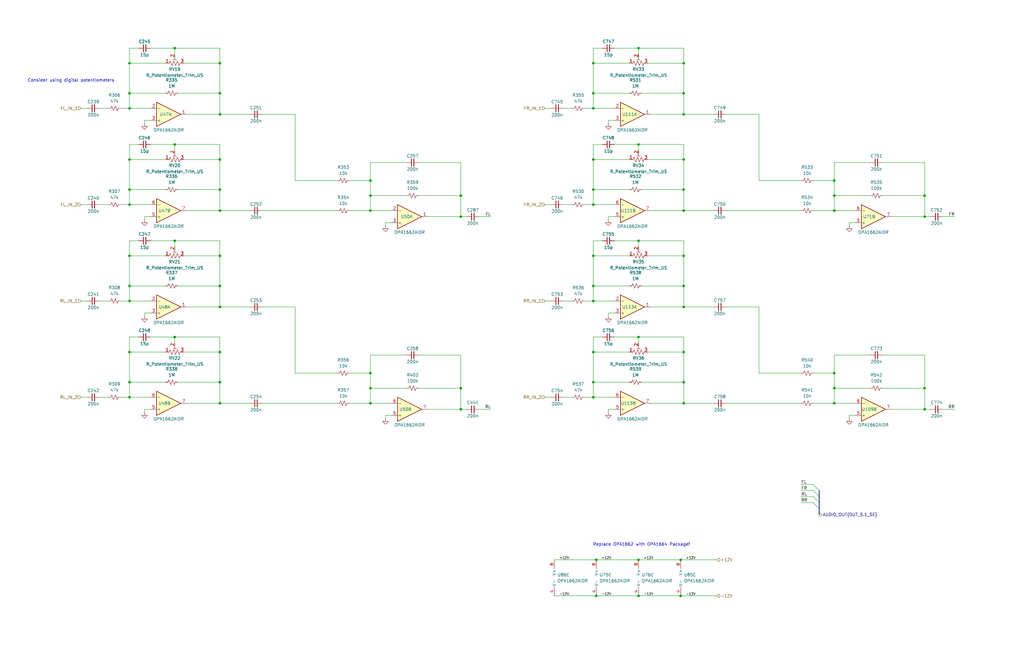
<source format=kicad_sch>
(kicad_sch (version 20250114) (generator "eeschema") (generator_version "9.0")
  (paper "B")
  (lib_symbols
    (symbol "Amplifier_Operational:OPA1656ID" (pin_names (offset 0.127))
      (property "Reference" "U" (at 0 5.08 0))
      (property "Value" "OPA1656ID" (at 0 -5.08 0))
      (symbol "OPA1656ID_1_1"
        (polyline (pts (xy -5.08 5.08) (xy 5.08 0) (xy -5.08 -5.08) (xy -5.08 5.08)) (stroke (width 0.254)) (fill (type background)))
        (pin input line (at -7.62 2.54 0) (length 2.54) (name "+") (number "3"))
        (pin input line (at -7.62 -2.54 0) (length 2.54) (name "-") (number "2"))
        (pin output line (at 7.62 0 180) (length 2.54) (name "~") (number "1"))
      )
      (symbol "OPA1656ID_2_1"
        (polyline (pts (xy -5.08 5.08) (xy 5.08 0) (xy -5.08 -5.08) (xy -5.08 5.08)) (stroke (width 0.254)) (fill (type background)))
        (pin input line (at -7.62 2.54 0) (length 2.54) (name "+") (number "5"))
        (pin input line (at -7.62 -2.54 0) (length 2.54) (name "-") (number "6"))
        (pin output line (at 7.62 0 180) (length 2.54) (name "~") (number "7"))
      )
      (symbol "OPA1656ID_3_1"
        (pin power_in line (at -2.54 7.62 270) (length 3.81) (name "V+") (number "8"))
        (pin power_in line (at -2.54 -7.62 90) (length 3.81) (name "V-") (number "4"))
      )
    )
    (symbol "Device:C_Small" (pin_numbers (hide yes)) (pin_names (offset 0.254) (hide yes))
      (property "Reference" "C" (at 0.254 1.778 0))
      (property "Value" "C_Small" (at 0.254 -2.032 0))
      (symbol "C_Small_0_1"
        (polyline (pts (xy -1.524 0.508) (xy 1.524 0.508)) (stroke (width 0.3048)))
        (polyline (pts (xy -1.524 -0.508) (xy 1.524 -0.508)) (stroke (width 0.3302)))
      )
      (symbol "C_Small_1_1"
        (pin passive line (at 0 2.54 270) (length 2.032) (name "~") (number "1"))
        (pin passive line (at 0 -2.54 90) (length 2.032) (name "~") (number "2"))
      )
    )
    (symbol "Device:R_Potentiometer_Trim_US" (pin_names (offset 1.016) (hide yes))
      (property "Reference" "RV" (at -4.445 0 90))
      (property "Value" "R_Potentiometer_Trim_US" (at -2.54 0 90))
      (symbol "R_Potentiometer_Trim_US_0_1"
        (polyline (pts (xy 0 2.286) (xy 0 2.54)))
        (polyline (pts (xy 0 2.286) (xy 1.016 1.905) (xy 0 1.524) (xy -1.016 1.143) (xy 0 0.762)))
        (polyline (pts (xy 0 0.762) (xy 1.016 0.381) (xy 0 0) (xy -1.016 -0.381) (xy 0 -0.762)))
        (polyline (pts (xy 0 -0.762) (xy 1.016 -1.143) (xy 0 -1.524) (xy -1.016 -1.905) (xy 0 -2.286)))
        (polyline (pts (xy 0 -2.286) (xy 0 -2.54)))
        (polyline (pts (xy 1.524 0.762) (xy 1.524 -0.762)))
        (polyline (pts (xy 2.54 0) (xy 1.524 0)))
      )
      (symbol "R_Potentiometer_Trim_US_1_1"
        (pin passive line (at 0 3.81 270) (length 1.27) (name "1") (number "1"))
        (pin passive line (at 0 -3.81 90) (length 1.27) (name "3") (number "3"))
        (pin passive line (at 3.81 0 180) (length 1.27) (name "2") (number "2"))
      )
    )
    (symbol "Device:R_Small_US" (pin_numbers (hide yes)) (pin_names (offset 0.254) (hide yes))
      (property "Reference" "R" (at 0.762 0.508 0))
      (property "Value" "R_Small_US" (at 0.762 -1.016 0))
      (symbol "R_Small_US_1_1"
        (polyline (pts (xy 0 1.524) (xy 1.016 1.143) (xy 0 0.762) (xy -1.016 0.381) (xy 0 0)))
        (polyline (pts (xy 0 0) (xy 1.016 -0.381) (xy 0 -0.762) (xy -1.016 -1.143) (xy 0 -1.524)))
        (pin passive line (at 0 2.54 270) (length 1.016) (name "~") (number "1"))
        (pin passive line (at 0 -2.54 90) (length 1.016) (name "~") (number "2"))
      )
    )
    (symbol "power:GND" (power) (pin_numbers (hide yes)) (pin_names (offset 0) (hide yes))
      (property "Value" "GND" (at 0 -3.81 0))
      (symbol "GND_0_1"
        (polyline (pts (xy 0 0) (xy 0 -1.27) (xy 1.27 -1.27) (xy 0 -2.54) (xy -1.27 -1.27) (xy 0 -1.27)))
      )
      (symbol "GND_1_1"
        (pin power_in line (at 0 0 270) (length 0) (name "~") (number "1"))
      )
    )
  )
  (bus_alias "OUT_5.1_DIFF" (members "FL+" "FL-" "FR+" "FR-" "RL+" "RL-" "RR+" "RR-" "SUB+" "SUB-"))
  (bus_alias "OUT_5.1_SE" (members "FL" "FR" "RL" "RR" "SUB"))
  (text "Replace OPA1662 with OPA1664 Package!" (at 270.51 229.87 0) (effects (font (size 1.27 1.27))))
  (text "Consider using digital potentiometers" (at 29.972 34.036 0) (effects (font (size 1.27 1.27))))
  (junction (at 194.31 82.55))
  (junction (at 269.24 20.32))
  (junction (at 54.61 120.65))
  (junction (at 288.29 88.9))
  (junction (at 92.71 88.9))
  (junction (at 250.19 80.01))
  (junction (at 288.29 67.31))
  (junction (at 194.31 172.72))
  (junction (at 54.61 148.59))
  (junction (at 92.71 26.67))
  (junction (at 92.71 80.01))
  (junction (at 250.19 86.36))
  (junction (at 54.61 80.01))
  (junction (at 54.61 45.72))
  (junction (at 92.71 107.95))
  (junction (at 250.19 67.31))
  (junction (at 250.19 26.67))
  (junction (at 54.61 161.29))
  (junction (at 250.19 107.95))
  (junction (at 351.79 163.83))
  (junction (at 288.29 48.26))
  (junction (at 288.29 129.54))
  (junction (at 389.89 82.55))
  (junction (at 389.89 91.44))
  (junction (at 250.19 39.37))
  (junction (at 351.79 88.9))
  (junction (at 54.61 127))
  (junction (at 269.24 251.46))
  (junction (at 288.29 107.95))
  (junction (at 54.61 167.64))
  (junction (at 250.19 148.59))
  (junction (at 92.71 120.65))
  (junction (at 156.21 88.9))
  (junction (at 156.21 170.18))
  (junction (at 54.61 39.37))
  (junction (at 389.89 163.83))
  (junction (at 92.71 48.26))
  (junction (at 288.29 120.65))
  (junction (at 288.29 148.59))
  (junction (at 250.19 161.29))
  (junction (at 194.31 91.44))
  (junction (at 156.21 163.83))
  (junction (at 351.79 76.2))
  (junction (at 73.66 142.24))
  (junction (at 250.19 127))
  (junction (at 250.19 167.64))
  (junction (at 73.66 20.32))
  (junction (at 73.66 60.96))
  (junction (at 351.79 157.48))
  (junction (at 92.71 67.31))
  (junction (at 288.29 26.67))
  (junction (at 194.31 163.83))
  (junction (at 156.21 82.55))
  (junction (at 288.29 170.18))
  (junction (at 351.79 82.55))
  (junction (at 389.89 172.72))
  (junction (at 54.61 86.36))
  (junction (at 269.24 60.96))
  (junction (at 251.46 236.22))
  (junction (at 92.71 170.18))
  (junction (at 73.66 101.6))
  (junction (at 54.61 26.67))
  (junction (at 269.24 101.6))
  (junction (at 92.71 39.37))
  (junction (at 54.61 107.95))
  (junction (at 92.71 148.59))
  (junction (at 269.24 142.24))
  (junction (at 156.21 76.2))
  (junction (at 288.29 39.37))
  (junction (at 287.02 236.22))
  (junction (at 250.19 45.72))
  (junction (at 156.21 157.48))
  (junction (at 250.19 120.65))
  (junction (at 54.61 67.31))
  (junction (at 269.24 236.22))
  (junction (at 288.29 161.29))
  (junction (at 287.02 251.46))
  (junction (at 92.71 129.54))
  (junction (at 351.79 170.18))
  (junction (at 251.46 251.46))
  (junction (at 288.29 80.01))
  (junction (at 92.71 161.29))
  (bus_entry (at 342.9 207.01) (size 2.54 2.54))
  (bus_entry (at 342.9 209.55) (size 2.54 2.54))
  (bus_entry (at 342.9 204.47) (size 2.54 2.54))
  (bus_entry (at 342.9 212.09) (size 2.54 2.54))
  (wire (pts (xy 351.79 157.48) (xy 351.79 163.83)))
  (wire (pts (xy 250.19 142.24) (xy 250.19 148.59)))
  (wire (pts (xy 273.05 67.31) (xy 288.29 67.31)))
  (wire (pts (xy 69.85 67.31) (xy 54.61 67.31)))
  (wire (pts (xy 372.11 163.83) (xy 389.89 163.83)))
  (wire (pts (xy 92.71 107.95) (xy 92.71 120.65)))
  (wire (pts (xy 288.29 161.29) (xy 288.29 170.18)))
  (wire (pts (xy 389.89 91.44) (xy 392.43 91.44)))
  (wire (pts (xy 256.54 132.08) (xy 259.08 132.08)))
  (wire (pts (xy 162.56 176.53) (xy 162.56 175.26)))
  (wire (pts (xy 237.49 45.72) (xy 241.3 45.72)))
  (wire (pts (xy 288.29 67.31) (xy 288.29 80.01)))
  (wire (pts (xy 259.08 167.64) (xy 250.19 167.64)))
  (wire (pts (xy 147.32 88.9) (xy 156.21 88.9)))
  (wire (pts (xy 124.46 48.26) (xy 110.49 48.26)))
  (wire (pts (xy 110.49 129.54) (xy 124.46 129.54)))
  (wire (pts (xy 54.61 120.65) (xy 69.85 120.65)))
  (wire (pts (xy 233.68 236.22) (xy 251.46 236.22)))
  (wire (pts (xy 77.47 148.59) (xy 92.71 148.59)))
  (wire (pts (xy 288.29 80.01) (xy 288.29 88.9)))
  (wire (pts (xy 288.29 148.59) (xy 288.29 161.29)))
  (wire (pts (xy 92.71 148.59) (xy 92.71 161.29)))
  (wire (pts (xy 259.08 142.24) (xy 269.24 142.24)))
  (wire (pts (xy 389.89 172.72) (xy 375.92 172.72)))
  (wire (pts (xy 342.9 88.9) (xy 351.79 88.9)))
  (wire (pts (xy 165.1 170.18) (xy 156.21 170.18)))
  (wire (pts (xy 77.47 67.31) (xy 92.71 67.31)))
  (wire (pts (xy 320.04 129.54) (xy 306.07 129.54)))
  (wire (pts (xy 288.29 20.32) (xy 288.29 26.67)))
  (wire (pts (xy 54.61 142.24) (xy 58.42 142.24)))
  (wire (pts (xy 288.29 88.9) (xy 300.99 88.9)))
  (wire (pts (xy 250.19 80.01) (xy 265.43 80.01)))
  (wire (pts (xy 256.54 50.8) (xy 259.08 50.8)))
  (wire (pts (xy 337.82 207.01) (xy 342.9 207.01)))
  (wire (pts (xy 176.53 68.58) (xy 194.31 68.58)))
  (wire (pts (xy 265.43 67.31) (xy 250.19 67.31)))
  (wire (pts (xy 250.19 60.96) (xy 254 60.96)))
  (wire (pts (xy 69.85 26.67) (xy 54.61 26.67)))
  (wire (pts (xy 194.31 163.83) (xy 194.31 172.72)))
  (wire (pts (xy 229.87 127) (xy 232.41 127)))
  (wire (pts (xy 288.29 170.18) (xy 300.99 170.18)))
  (wire (pts (xy 54.61 101.6) (xy 58.42 101.6)))
  (wire (pts (xy 250.19 142.24) (xy 254 142.24)))
  (wire (pts (xy 34.29 127) (xy 36.83 127)))
  (wire (pts (xy 351.79 163.83) (xy 367.03 163.83)))
  (wire (pts (xy 351.79 76.2) (xy 351.79 82.55)))
  (wire (pts (xy 50.8 167.64) (xy 54.61 167.64)))
  (wire (pts (xy 41.91 86.36) (xy 45.72 86.36)))
  (wire (pts (xy 288.29 129.54) (xy 274.32 129.54)))
  (wire (pts (xy 273.05 26.67) (xy 288.29 26.67)))
  (wire (pts (xy 73.66 142.24) (xy 92.71 142.24)))
  (wire (pts (xy 50.8 45.72) (xy 54.61 45.72)))
  (wire (pts (xy 147.32 76.2) (xy 156.21 76.2)))
  (wire (pts (xy 342.9 170.18) (xy 351.79 170.18)))
  (wire (pts (xy 73.66 20.32) (xy 73.66 22.86)))
  (wire (pts (xy 156.21 82.55) (xy 171.45 82.55)))
  (wire (pts (xy 54.61 161.29) (xy 69.85 161.29)))
  (wire (pts (xy 259.08 127) (xy 250.19 127)))
  (wire (pts (xy 207.01 172.72) (xy 201.93 172.72)))
  (wire (pts (xy 358.14 176.53) (xy 358.14 175.26)))
  (wire (pts (xy 69.85 107.95) (xy 54.61 107.95)))
  (wire (pts (xy 229.87 167.64) (xy 232.41 167.64)))
  (wire (pts (xy 124.46 76.2) (xy 142.24 76.2)))
  (wire (pts (xy 288.29 60.96) (xy 288.29 67.31)))
  (wire (pts (xy 77.47 107.95) (xy 92.71 107.95)))
  (wire (pts (xy 165.1 88.9) (xy 156.21 88.9)))
  (wire (pts (xy 162.56 93.98) (xy 165.1 93.98)))
  (wire (pts (xy 50.8 127) (xy 54.61 127)))
  (wire (pts (xy 337.82 157.48) (xy 320.04 157.48)))
  (wire (pts (xy 288.29 101.6) (xy 288.29 107.95)))
  (wire (pts (xy 288.29 48.26) (xy 274.32 48.26)))
  (wire (pts (xy 194.31 91.44) (xy 196.85 91.44)))
  (wire (pts (xy 256.54 173.99) (xy 256.54 172.72)))
  (wire (pts (xy 372.11 68.58) (xy 389.89 68.58)))
  (wire (pts (xy 250.19 107.95) (xy 250.19 120.65)))
  (wire (pts (xy 337.82 204.47) (xy 342.9 204.47)))
  (wire (pts (xy 92.71 161.29) (xy 92.71 170.18)))
  (wire (pts (xy 270.51 120.65) (xy 288.29 120.65)))
  (wire (pts (xy 389.89 68.58) (xy 389.89 82.55)))
  (wire (pts (xy 41.91 45.72) (xy 45.72 45.72)))
  (wire (pts (xy 250.19 120.65) (xy 265.43 120.65)))
  (wire (pts (xy 54.61 148.59) (xy 54.61 161.29)))
  (wire (pts (xy 92.71 39.37) (xy 92.71 48.26)))
  (wire (pts (xy 256.54 52.07) (xy 256.54 50.8)))
  (wire (pts (xy 54.61 80.01) (xy 69.85 80.01)))
  (wire (pts (xy 351.79 88.9) (xy 351.79 82.55)))
  (wire (pts (xy 54.61 20.32) (xy 58.42 20.32)))
  (wire (pts (xy 60.96 92.71) (xy 60.96 91.44)))
  (wire (pts (xy 288.29 107.95) (xy 288.29 120.65)))
  (wire (pts (xy 288.29 129.54) (xy 300.99 129.54)))
  (wire (pts (xy 269.24 101.6) (xy 288.29 101.6)))
  (wire (pts (xy 306.07 88.9) (xy 337.82 88.9)))
  (wire (pts (xy 63.5 45.72) (xy 54.61 45.72)))
  (wire (pts (xy 194.31 172.72) (xy 196.85 172.72)))
  (wire (pts (xy 389.89 163.83) (xy 389.89 172.72)))
  (wire (pts (xy 358.14 175.26) (xy 360.68 175.26)))
  (wire (pts (xy 54.61 67.31) (xy 54.61 80.01)))
  (wire (pts (xy 250.19 26.67) (xy 250.19 39.37)))
  (wire (pts (xy 250.19 101.6) (xy 254 101.6)))
  (wire (pts (xy 250.19 60.96) (xy 250.19 67.31)))
  (wire (pts (xy 360.68 88.9) (xy 351.79 88.9)))
  (wire (pts (xy 372.11 82.55) (xy 389.89 82.55)))
  (wire (pts (xy 250.19 161.29) (xy 265.43 161.29)))
  (bus (pts (xy 345.44 209.55) (xy 345.44 212.09)))
  (wire (pts (xy 256.54 91.44) (xy 259.08 91.44)))
  (wire (pts (xy 337.82 212.09) (xy 342.9 212.09)))
  (wire (pts (xy 41.91 127) (xy 45.72 127)))
  (wire (pts (xy 74.93 39.37) (xy 92.71 39.37)))
  (wire (pts (xy 320.04 48.26) (xy 320.04 76.2)))
  (wire (pts (xy 156.21 88.9) (xy 156.21 82.55)))
  (wire (pts (xy 73.66 142.24) (xy 73.66 144.78)))
  (wire (pts (xy 269.24 142.24) (xy 288.29 142.24)))
  (wire (pts (xy 74.93 80.01) (xy 92.71 80.01)))
  (wire (pts (xy 389.89 91.44) (xy 375.92 91.44)))
  (wire (pts (xy 92.71 170.18) (xy 78.74 170.18)))
  (wire (pts (xy 60.96 52.07) (xy 60.96 50.8)))
  (wire (pts (xy 246.38 45.72) (xy 250.19 45.72)))
  (wire (pts (xy 246.38 127) (xy 250.19 127)))
  (wire (pts (xy 147.32 170.18) (xy 156.21 170.18)))
  (wire (pts (xy 77.47 26.67) (xy 92.71 26.67)))
  (wire (pts (xy 63.5 60.96) (xy 73.66 60.96)))
  (wire (pts (xy 229.87 45.72) (xy 232.41 45.72)))
  (wire (pts (xy 92.71 129.54) (xy 105.41 129.54)))
  (wire (pts (xy 351.79 82.55) (xy 367.03 82.55)))
  (wire (pts (xy 54.61 101.6) (xy 54.61 107.95)))
  (wire (pts (xy 273.05 107.95) (xy 288.29 107.95)))
  (wire (pts (xy 207.01 91.44) (xy 201.93 91.44)))
  (wire (pts (xy 229.87 86.36) (xy 232.41 86.36)))
  (wire (pts (xy 194.31 82.55) (xy 194.31 91.44)))
  (wire (pts (xy 156.21 163.83) (xy 171.45 163.83)))
  (wire (pts (xy 265.43 107.95) (xy 250.19 107.95)))
  (wire (pts (xy 54.61 107.95) (xy 54.61 120.65)))
  (wire (pts (xy 358.14 95.25) (xy 358.14 93.98)))
  (wire (pts (xy 60.96 50.8) (xy 63.5 50.8)))
  (bus (pts (xy 345.44 207.01) (xy 345.44 209.55)))
  (wire (pts (xy 92.71 60.96) (xy 92.71 67.31)))
  (wire (pts (xy 251.46 236.22) (xy 269.24 236.22)))
  (wire (pts (xy 54.61 20.32) (xy 54.61 26.67)))
  (wire (pts (xy 269.24 20.32) (xy 269.24 22.86)))
  (wire (pts (xy 73.66 20.32) (xy 92.71 20.32)))
  (wire (pts (xy 63.5 101.6) (xy 73.66 101.6)))
  (wire (pts (xy 63.5 167.64) (xy 54.61 167.64)))
  (wire (pts (xy 92.71 101.6) (xy 92.71 107.95)))
  (wire (pts (xy 265.43 148.59) (xy 250.19 148.59)))
  (wire (pts (xy 237.49 167.64) (xy 241.3 167.64)))
  (wire (pts (xy 92.71 20.32) (xy 92.71 26.67)))
  (wire (pts (xy 156.21 149.86) (xy 156.21 157.48)))
  (wire (pts (xy 288.29 26.67) (xy 288.29 39.37)))
  (wire (pts (xy 92.71 88.9) (xy 78.74 88.9)))
  (wire (pts (xy 351.79 170.18) (xy 351.79 163.83)))
  (wire (pts (xy 250.19 86.36) (xy 250.19 80.01)))
  (wire (pts (xy 54.61 142.24) (xy 54.61 148.59)))
  (wire (pts (xy 60.96 173.99) (xy 60.96 172.72)))
  (wire (pts (xy 54.61 26.67) (xy 54.61 39.37)))
  (wire (pts (xy 237.49 127) (xy 241.3 127)))
  (wire (pts (xy 54.61 60.96) (xy 54.61 67.31)))
  (wire (pts (xy 54.61 86.36) (xy 54.61 80.01)))
  (wire (pts (xy 34.29 45.72) (xy 36.83 45.72)))
  (wire (pts (xy 269.24 236.22) (xy 287.02 236.22)))
  (wire (pts (xy 60.96 91.44) (xy 63.5 91.44)))
  (wire (pts (xy 269.24 251.46) (xy 287.02 251.46)))
  (wire (pts (xy 162.56 175.26) (xy 165.1 175.26)))
  (wire (pts (xy 110.49 88.9) (xy 142.24 88.9)))
  (wire (pts (xy 156.21 68.58) (xy 156.21 76.2)))
  (wire (pts (xy 288.29 48.26) (xy 300.99 48.26)))
  (wire (pts (xy 250.19 20.32) (xy 250.19 26.67)))
  (wire (pts (xy 194.31 68.58) (xy 194.31 82.55)))
  (wire (pts (xy 265.43 26.67) (xy 250.19 26.67)))
  (wire (pts (xy 250.19 20.32) (xy 254 20.32)))
  (wire (pts (xy 34.29 167.64) (xy 36.83 167.64)))
  (wire (pts (xy 256.54 133.35) (xy 256.54 132.08)))
  (wire (pts (xy 246.38 167.64) (xy 250.19 167.64)))
  (wire (pts (xy 270.51 80.01) (xy 288.29 80.01)))
  (wire (pts (xy 250.19 101.6) (xy 250.19 107.95)))
  (wire (pts (xy 270.51 39.37) (xy 288.29 39.37)))
  (wire (pts (xy 92.71 80.01) (xy 92.71 88.9)))
  (wire (pts (xy 269.24 101.6) (xy 269.24 104.14)))
  (wire (pts (xy 63.5 127) (xy 54.61 127)))
  (wire (pts (xy 63.5 86.36) (xy 54.61 86.36)))
  (wire (pts (xy 256.54 172.72) (xy 259.08 172.72)))
  (wire (pts (xy 74.93 120.65) (xy 92.71 120.65)))
  (bus (pts (xy 345.44 214.63) (xy 345.44 217.17)))
  (wire (pts (xy 287.02 236.22) (xy 302.26 236.22)))
  (wire (pts (xy 372.11 149.86) (xy 389.89 149.86)))
  (wire (pts (xy 250.19 45.72) (xy 250.19 39.37)))
  (wire (pts (xy 250.19 148.59) (xy 250.19 161.29)))
  (wire (pts (xy 176.53 163.83) (xy 194.31 163.83)))
  (wire (pts (xy 156.21 157.48) (xy 156.21 163.83)))
  (wire (pts (xy 320.04 48.26) (xy 306.07 48.26)))
  (wire (pts (xy 237.49 86.36) (xy 241.3 86.36)))
  (wire (pts (xy 259.08 101.6) (xy 269.24 101.6)))
  (wire (pts (xy 54.61 167.64) (xy 54.61 161.29)))
  (wire (pts (xy 351.79 68.58) (xy 367.03 68.58)))
  (wire (pts (xy 250.19 167.64) (xy 250.19 161.29)))
  (wire (pts (xy 73.66 60.96) (xy 92.71 60.96)))
  (wire (pts (xy 54.61 60.96) (xy 58.42 60.96)))
  (wire (pts (xy 358.14 93.98) (xy 360.68 93.98)))
  (wire (pts (xy 287.02 251.46) (xy 302.26 251.46)))
  (wire (pts (xy 269.24 20.32) (xy 288.29 20.32)))
  (wire (pts (xy 251.46 251.46) (xy 269.24 251.46)))
  (wire (pts (xy 259.08 20.32) (xy 269.24 20.32)))
  (wire (pts (xy 194.31 149.86) (xy 194.31 163.83)))
  (wire (pts (xy 194.31 91.44) (xy 180.34 91.44)))
  (wire (pts (xy 92.71 26.67) (xy 92.71 39.37)))
  (wire (pts (xy 110.49 170.18) (xy 142.24 170.18)))
  (wire (pts (xy 69.85 148.59) (xy 54.61 148.59)))
  (wire (pts (xy 92.71 48.26) (xy 105.41 48.26)))
  (wire (pts (xy 176.53 82.55) (xy 194.31 82.55)))
  (wire (pts (xy 41.91 167.64) (xy 45.72 167.64)))
  (wire (pts (xy 156.21 68.58) (xy 171.45 68.58)))
  (wire (pts (xy 92.71 88.9) (xy 105.41 88.9)))
  (wire (pts (xy 63.5 20.32) (xy 73.66 20.32)))
  (wire (pts (xy 389.89 149.86) (xy 389.89 163.83)))
  (wire (pts (xy 54.61 39.37) (xy 69.85 39.37)))
  (wire (pts (xy 288.29 39.37) (xy 288.29 48.26)))
  (wire (pts (xy 270.51 161.29) (xy 288.29 161.29)))
  (wire (pts (xy 60.96 132.08) (xy 63.5 132.08)))
  (wire (pts (xy 288.29 88.9) (xy 274.32 88.9)))
  (wire (pts (xy 250.19 127) (xy 250.19 120.65)))
  (wire (pts (xy 194.31 172.72) (xy 180.34 172.72)))
  (wire (pts (xy 233.68 251.46) (xy 251.46 251.46)))
  (wire (pts (xy 60.96 172.72) (xy 63.5 172.72)))
  (wire (pts (xy 156.21 76.2) (xy 156.21 82.55)))
  (wire (pts (xy 256.54 92.71) (xy 256.54 91.44)))
  (wire (pts (xy 34.29 86.36) (xy 36.83 86.36)))
  (wire (pts (xy 351.79 149.86) (xy 367.03 149.86)))
  (wire (pts (xy 92.71 120.65) (xy 92.71 129.54)))
  (wire (pts (xy 60.96 133.35) (xy 60.96 132.08)))
  (wire (pts (xy 342.9 76.2) (xy 351.79 76.2)))
  (wire (pts (xy 124.46 76.2) (xy 124.46 48.26)))
  (wire (pts (xy 92.71 48.26) (xy 78.74 48.26)))
  (wire (pts (xy 63.5 142.24) (xy 73.66 142.24)))
  (wire (pts (xy 360.68 170.18) (xy 351.79 170.18)))
  (wire (pts (xy 269.24 142.24) (xy 269.24 144.78)))
  (wire (pts (xy 92.71 170.18) (xy 105.41 170.18)))
  (wire (pts (xy 54.61 45.72) (xy 54.61 39.37)))
  (wire (pts (xy 54.61 127) (xy 54.61 120.65)))
  (wire (pts (xy 259.08 60.96) (xy 269.24 60.96)))
  (wire (pts (xy 50.8 86.36) (xy 54.61 86.36)))
  (bus (pts (xy 345.44 212.09) (xy 345.44 214.63)))
  (wire (pts (xy 389.89 82.55) (xy 389.89 91.44)))
  (wire (pts (xy 402.59 172.72) (xy 397.51 172.72)))
  (wire (pts (xy 162.56 95.25) (xy 162.56 93.98)))
  (wire (pts (xy 250.19 67.31) (xy 250.19 80.01)))
  (wire (pts (xy 142.24 157.48) (xy 124.46 157.48)))
  (wire (pts (xy 320.04 129.54) (xy 320.04 157.48)))
  (wire (pts (xy 147.32 157.48) (xy 156.21 157.48)))
  (wire (pts (xy 92.71 142.24) (xy 92.71 148.59)))
  (wire (pts (xy 273.05 148.59) (xy 288.29 148.59)))
  (wire (pts (xy 92.71 129.54) (xy 78.74 129.54)))
  (wire (pts (xy 389.89 172.72) (xy 392.43 172.72)))
  (wire (pts (xy 269.24 60.96) (xy 269.24 63.5)))
  (wire (pts (xy 337.82 209.55) (xy 342.9 209.55)))
  (wire (pts (xy 288.29 170.18) (xy 274.32 170.18)))
  (wire (pts (xy 306.07 170.18) (xy 337.82 170.18)))
  (wire (pts (xy 402.59 91.44) (xy 397.51 91.44)))
  (wire (pts (xy 73.66 101.6) (xy 92.71 101.6)))
  (wire (pts (xy 250.19 39.37) (xy 265.43 39.37)))
  (wire (pts (xy 269.24 60.96) (xy 288.29 60.96)))
  (wire (pts (xy 156.21 170.18) (xy 156.21 163.83)))
  (wire (pts (xy 92.71 67.31) (xy 92.71 80.01)))
  (wire (pts (xy 342.9 157.48) (xy 351.79 157.48)))
  (wire (pts (xy 351.79 68.58) (xy 351.79 76.2)))
  (wire (pts (xy 288.29 120.65) (xy 288.29 129.54)))
  (wire (pts (xy 176.53 149.86) (xy 194.31 149.86)))
  (wire (pts (xy 259.08 45.72) (xy 250.19 45.72)))
  (wire (pts (xy 337.82 76.2) (xy 320.04 76.2)))
  (wire (pts (xy 73.66 101.6) (xy 73.66 104.14)))
  (wire (pts (xy 74.93 161.29) (xy 92.71 161.29)))
  (wire (pts (xy 73.66 60.96) (xy 73.66 63.5)))
  (wire (pts (xy 288.29 142.24) (xy 288.29 148.59)))
  (wire (pts (xy 246.38 86.36) (xy 250.19 86.36)))
  (wire (pts (xy 124.46 157.48) (xy 124.46 129.54)))
  (wire (pts (xy 351.79 149.86) (xy 351.79 157.48)))
  (wire (pts (xy 259.08 86.36) (xy 250.19 86.36)))
  (wire (pts (xy 156.21 149.86) (xy 171.45 149.86)))
  (label "RR" (at 337.82 212.09 0))
  (label "-12V" (at 257.81 251.46 180) (effects (font (size 1 1))))
  (label "FR" (at 402.59 91.44 180))
  (label "-12V" (at 240.03 251.46 180) (effects (font (size 1 1))))
  (label "-12V" (at 275.59 251.46 180) (effects (font (size 1 1))))
  (label "+12V" (at 293.37 236.22 180) (effects (font (size 1 1))))
  (label "FR" (at 337.82 207.01 0))
  (label "RR" (at 402.59 172.72 180))
  (label "RL" (at 337.82 209.55 0))
  (label "FL" (at 207.01 91.44 180))
  (label "+12V" (at 240.03 236.22 180) (effects (font (size 1 1))))
  (label "+12V" (at 275.59 236.22 180) (effects (font (size 1 1))))
  (label "RL" (at 207.01 172.72 180))
  (label "-12V" (at 293.37 251.46 180) (effects (font (size 1 1))))
  (label "+12V" (at 257.81 236.22 180) (effects (font (size 1 1))))
  (label "FL" (at 337.82 204.47 0))
  (hierarchical_label "RR_IN_2" (shape input) (at 229.87 167.64 180))
  (hierarchical_label "RL_IN_1" (shape input) (at 34.29 127 180))
  (hierarchical_label "FL_IN_2" (shape input) (at 34.29 86.36 180))
  (hierarchical_label "FR_IN_2" (shape input) (at 229.87 86.36 180))
  (hierarchical_label "RL_IN_2" (shape input) (at 34.29 167.64 180))
  (hierarchical_label "+12V" (shape input) (at 302.26 236.22 0))
  (hierarchical_label "FR_IN_1" (shape input) (at 229.87 45.72 180))
  (hierarchical_label "RR_IN_1" (shape input) (at 229.87 127 180))
  (hierarchical_label "AUDIO_OUT{OUT_5.1_SE}" (shape output) (at 345.44 217.17 0))
  (hierarchical_label "-12V" (shape input) (at 302.26 251.46 0))
  (hierarchical_label "FL_IN_1" (shape input) (at 34.29 45.72 180))
  (symbol (lib_id "Device:C_Small") (at 60.96 142.24 90) (mirror x) (unit 1)
    (property "Reference" "C248" (at 60.96 139.446 90))
    (property "Value" "15p" (at 60.96 145.034 90))
    (property "Description" "Unpolarized capacitor, small symbol" (effects (hide yes)))
  )
  (symbol (lib_id "Amplifier_Operational:OPA1656ID") (at 172.72 91.44 0) (mirror x) (unit 1)
    (property "Reference" "U50" (at 171.45 91.44 0))
    (property "Value" "OPA1662AIDR" (at 172.72 98.044 0))
    (property "Footprint" "Package_SO:SOIC-8_3.9x4.9mm_P1.27mm" (effects (hide yes)))
    (property "Datasheet" "https://www.ti.com/lit/ds/symlink/opa1662.pdf?HQS=dis-dk-null-digikeymode-dsf-pf-null-wwe&ts=1750397590108&ref_url=https%253A%252F%252Fwww.ti.com%252Fgeneral%252Fdocs%252Fsuppproductinfo.tsp%253FdistId%253D10%2526gotoUrl%253Dhttps%253A%252F%252Fwww.ti.com%252Flit%252Fgpn%252Fopa1662" (effects (hide yes)))
    (property "Description" "Dual Ultra-Low-Noise, Low-Distortion, FET-Input, Burr-Brown Audio Operational Amplifiers, SOIC-8" (effects (hide yes)))
  )
  (symbol (lib_id "Device:R_Potentiometer_Trim_US") (at 73.66 26.67 90) (unit 1)
    (property "Reference" "RV19" (at 73.66 29.21 90))
    (property "Value" "R_Potentiometer_Trim_US" (at 73.66 31.75 90))
    (property "Description" "Trim-potentiometer, US symbol" (effects (hide yes)))
  )
  (symbol (lib_id "Device:C_Small") (at 394.97 91.44 90) (mirror x) (unit 1)
    (property "Reference" "C752" (at 394.97 88.646 90))
    (property "Value" "200n" (at 394.97 94.234 90))
    (property "Description" "Unpolarized capacitor, small symbol" (effects (hide yes)))
  )
  (symbol (lib_id "Device:R_Potentiometer_Trim_US") (at 269.24 107.95 90) (unit 1)
    (property "Reference" "RV35" (at 269.24 110.49 90))
    (property "Value" "R_Potentiometer_Trim_US" (at 269.24 113.03 90))
    (property "Description" "Trim-potentiometer, US symbol" (effects (hide yes)))
  )
  (symbol (lib_id "Device:C_Small") (at 60.96 60.96 90) (mirror x) (unit 1)
    (property "Reference" "C246" (at 60.96 58.166 90))
    (property "Value" "15p" (at 60.96 63.754 90))
    (property "Description" "Unpolarized capacitor, small symbol" (effects (hide yes)))
  )
  (symbol (lib_id "Device:R_Potentiometer_Trim_US") (at 269.24 67.31 90) (unit 1)
    (property "Reference" "RV34" (at 269.24 69.85 90))
    (property "Value" "R_Potentiometer_Trim_US" (at 269.24 72.39 90))
    (property "Description" "Trim-potentiometer, US symbol" (effects (hide yes)))
  )
  (symbol (lib_id "Device:R_Small_US") (at 369.57 163.83 90) (unit 1)
    (property "Reference" "R542" (at 369.57 158.242 90))
    (property "Value" "100k" (at 369.57 160.782 90))
    (property "Description" "Resistor, small US symbol" (effects (hide yes)))
  )
  (symbol (lib_id "Device:R_Small_US") (at 267.97 161.29 90) (unit 1)
    (property "Reference" "R539" (at 267.97 155.702 90))
    (property "Value" "1M" (at 267.97 158.242 90))
    (property "Description" "Resistor, small US symbol" (effects (hide yes)))
  )
  (symbol (lib_id "power:GND") (at 162.56 176.53 0) (unit 1)
    (property "Reference" "#PWR0398" (effects (hide yes)))
    (property "Value" "GND" (effects (hide yes)))
    (property "Description" "Power symbol creates a global label with name \"GND\" , ground" (effects (hide yes)))
  )
  (symbol (lib_id "Device:C_Small") (at 107.95 48.26 90) (mirror x) (unit 1)
    (property "Reference" "C251" (at 107.95 45.466 90))
    (property "Value" "200n" (at 107.95 51.054 90))
    (property "Description" "Unpolarized capacitor, small symbol" (effects (hide yes)))
  )
  (symbol (lib_id "Device:C_Small") (at 234.95 45.72 90) (mirror x) (unit 1)
    (property "Reference" "C745" (at 234.95 42.926 90))
    (property "Value" "200n" (at 234.95 48.514 90))
    (property "Description" "Unpolarized capacitor, small symbol" (effects (hide yes)))
  )
  (symbol (lib_id "Device:R_Small_US") (at 243.84 86.36 90) (unit 1)
    (property "Reference" "R530" (at 243.84 80.772 90))
    (property "Value" "47k" (at 243.84 83.312 90))
    (property "Description" "Resistor, small US symbol" (effects (hide yes)))
  )
  (symbol (lib_id "Amplifier_Operational:OPA1656ID") (at 71.12 88.9 0) (mirror x) (unit 2)
    (property "Reference" "U47" (at 69.342 88.9 0))
    (property "Value" "OPA1662AIDR" (at 71.12 95.504 0))
    (property "Footprint" "Package_SO:SOIC-8_3.9x4.9mm_P1.27mm" (effects (hide yes)))
    (property "Datasheet" "https://www.ti.com/lit/ds/symlink/opa1662.pdf?HQS=dis-dk-null-digikeymode-dsf-pf-null-wwe&ts=1750397590108&ref_url=https%253A%252F%252Fwww.ti.com%252Fgeneral%252Fdocs%252Fsuppproductinfo.tsp%253FdistId%253D10%2526gotoUrl%253Dhttps%253A%252F%252Fwww.ti.com%252Flit%252Fgpn%252Fopa1662" (effects (hide yes)))
    (property "Description" "Dual Ultra-Low-Noise, Low-Distortion, FET-Input, Burr-Brown Audio Operational Amplifiers, SOIC-8" (effects (hide yes)))
  )
  (symbol (lib_id "Device:C_Small") (at 173.99 149.86 90) (mirror x) (unit 1)
    (property "Reference" "C258" (at 173.99 147.066 90))
    (property "Value" "200n" (at 173.99 152.654 90))
    (property "Description" "Unpolarized capacitor, small symbol" (effects (hide yes)))
  )
  (symbol (lib_id "Amplifier_Operational:OPA1656ID") (at 271.78 243.84 0) (unit 3)
    (property "Reference" "U76" (at 270.51 242.5699 0) (effects (justify left)))
    (property "Value" "OPA1662AIDR" (at 270.51 245.1099 0) (effects (justify left)))
    (property "Footprint" "Package_SO:SOIC-8_3.9x4.9mm_P1.27mm" (effects (hide yes)))
    (property "Datasheet" "https://www.ti.com/lit/ds/symlink/opa1662.pdf?HQS=dis-dk-null-digikeymode-dsf-pf-null-wwe&ts=1750397590108&ref_url=https%253A%252F%252Fwww.ti.com%252Fgeneral%252Fdocs%252Fsuppproductinfo.tsp%253FdistId%253D10%2526gotoUrl%253Dhttps%253A%252F%252Fwww.ti.com%252Flit%252Fgpn%252Fopa1662" (effects (hide yes)))
    (property "Description" "Dual Ultra-Low-Noise, Low-Distortion, FET-Input, Burr-Brown Audio Operational Amplifiers, SOIC-8" (effects (hide yes)))
  )
  (symbol (lib_id "Device:R_Small_US") (at 48.26 86.36 90) (unit 1)
    (property "Reference" "R307" (at 48.26 80.772 90))
    (property "Value" "47k" (at 48.26 83.312 90))
    (property "Description" "Resistor, small US symbol" (effects (hide yes)))
  )
  (symbol (lib_id "Device:R_Potentiometer_Trim_US") (at 269.24 148.59 90) (unit 1)
    (property "Reference" "RV36" (at 269.24 151.13 90))
    (property "Value" "R_Potentiometer_Trim_US" (at 269.24 153.67 90))
    (property "Description" "Trim-potentiometer, US symbol" (effects (hide yes)))
  )
  (symbol (lib_id "Device:R_Small_US") (at 144.78 76.2 90) (unit 1)
    (property "Reference" "R353" (at 144.78 70.612 90))
    (property "Value" "10k" (at 144.78 73.152 90))
    (property "Description" "Resistor, small US symbol" (effects (hide yes)))
  )
  (symbol (lib_id "Device:R_Small_US") (at 48.26 127 90) (unit 1)
    (property "Reference" "R308" (at 48.26 121.412 90))
    (property "Value" "47k" (at 48.26 123.952 90))
    (property "Description" "Resistor, small US symbol" (effects (hide yes)))
  )
  (symbol (lib_id "Amplifier_Operational:OPA1656ID") (at 266.7 129.54 0) (mirror x) (unit 1)
    (property "Reference" "U113" (at 265.43 129.54 0))
    (property "Value" "OPA1662AIDR" (at 266.7 136.144 0))
    (property "Footprint" "Package_SO:SOIC-8_3.9x4.9mm_P1.27mm" (effects (hide yes)))
    (property "Datasheet" "https://www.ti.com/lit/ds/symlink/opa1662.pdf?HQS=dis-dk-null-digikeymode-dsf-pf-null-wwe&ts=1750397590108&ref_url=https%253A%252F%252Fwww.ti.com%252Fgeneral%252Fdocs%252Fsuppproductinfo.tsp%253FdistId%253D10%2526gotoUrl%253Dhttps%253A%252F%252Fwww.ti.com%252Flit%252Fgpn%252Fopa1662" (effects (hide yes)))
    (property "Description" "Dual Ultra-Low-Noise, Low-Distortion, FET-Input, Burr-Brown Audio Operational Amplifiers, SOIC-8" (effects (hide yes)))
  )
  (symbol (lib_id "Device:C_Small") (at 303.53 88.9 90) (mirror x) (unit 1)
    (property "Reference" "C750" (at 303.53 86.106 90))
    (property "Value" "200n" (at 303.53 91.694 90))
    (property "Description" "Unpolarized capacitor, small symbol" (effects (hide yes)))
  )
  (symbol (lib_id "Device:C_Small") (at 107.95 88.9 90) (mirror x) (unit 1)
    (property "Reference" "C252" (at 107.95 86.106 90))
    (property "Value" "200n" (at 107.95 91.694 90))
    (property "Description" "Unpolarized capacitor, small symbol" (effects (hide yes)))
  )
  (symbol (lib_id "Amplifier_Operational:OPA1656ID") (at 266.7 48.26 0) (mirror x) (unit 1)
    (property "Reference" "U111" (at 265.43 48.26 0))
    (property "Value" "OPA1662AIDR" (at 266.7 54.864 0))
    (property "Footprint" "Package_SO:SOIC-8_3.9x4.9mm_P1.27mm" (effects (hide yes)))
    (property "Datasheet" "https://www.ti.com/lit/ds/symlink/opa1662.pdf?HQS=dis-dk-null-digikeymode-dsf-pf-null-wwe&ts=1750397590108&ref_url=https%253A%252F%252Fwww.ti.com%252Fgeneral%252Fdocs%252Fsuppproductinfo.tsp%253FdistId%253D10%2526gotoUrl%253Dhttps%253A%252F%252Fwww.ti.com%252Flit%252Fgpn%252Fopa1662" (effects (hide yes)))
    (property "Description" "Dual Ultra-Low-Noise, Low-Distortion, FET-Input, Burr-Brown Audio Operational Amplifiers, SOIC-8" (effects (hide yes)))
  )
  (symbol (lib_id "Device:R_Small_US") (at 72.39 120.65 90) (unit 1)
    (property "Reference" "R337" (at 72.39 115.062 90))
    (property "Value" "1M" (at 72.39 117.602 90))
    (property "Description" "Resistor, small US symbol" (effects (hide yes)))
  )
  (symbol (lib_id "Amplifier_Operational:OPA1656ID") (at 266.7 170.18 0) (mirror x) (unit 2)
    (property "Reference" "U113" (at 264.922 170.18 0))
    (property "Value" "OPA1662AIDR" (at 266.7 176.784 0))
    (property "Footprint" "Package_SO:SOIC-8_3.9x4.9mm_P1.27mm" (effects (hide yes)))
    (property "Datasheet" "https://www.ti.com/lit/ds/symlink/opa1662.pdf?HQS=dis-dk-null-digikeymode-dsf-pf-null-wwe&ts=1750397590108&ref_url=https%253A%252F%252Fwww.ti.com%252Fgeneral%252Fdocs%252Fsuppproductinfo.tsp%253FdistId%253D10%2526gotoUrl%253Dhttps%253A%252F%252Fwww.ti.com%252Flit%252Fgpn%252Fopa1662" (effects (hide yes)))
    (property "Description" "Dual Ultra-Low-Noise, Low-Distortion, FET-Input, Burr-Brown Audio Operational Amplifiers, SOIC-8" (effects (hide yes)))
  )
  (symbol (lib_id "Amplifier_Operational:OPA1656ID") (at 71.12 48.26 0) (mirror x) (unit 1)
    (property "Reference" "U47" (at 69.85 48.26 0))
    (property "Value" "OPA1662AIDR" (at 71.12 54.864 0))
    (property "Footprint" "Package_SO:SOIC-8_3.9x4.9mm_P1.27mm" (effects (hide yes)))
    (property "Datasheet" "https://www.ti.com/lit/ds/symlink/opa1662.pdf?HQS=dis-dk-null-digikeymode-dsf-pf-null-wwe&ts=1750397590108&ref_url=https%253A%252F%252Fwww.ti.com%252Fgeneral%252Fdocs%252Fsuppproductinfo.tsp%253FdistId%253D10%2526gotoUrl%253Dhttps%253A%252F%252Fwww.ti.com%252Flit%252Fgpn%252Fopa1662" (effects (hide yes)))
    (property "Description" "Dual Ultra-Low-Noise, Low-Distortion, FET-Input, Burr-Brown Audio Operational Amplifiers, SOIC-8" (effects (hide yes)))
  )
  (symbol (lib_id "Device:R_Small_US") (at 144.78 157.48 90) (unit 1)
    (property "Reference" "R356" (at 144.78 151.892 90))
    (property "Value" "10k" (at 144.78 154.432 90))
    (property "Description" "Resistor, small US symbol" (effects (hide yes)))
  )
  (symbol (lib_id "Device:R_Small_US") (at 173.99 82.55 90) (unit 1)
    (property "Reference" "R359" (at 173.99 76.962 90))
    (property "Value" "100k" (at 173.99 79.502 90))
    (property "Description" "Resistor, small US symbol" (effects (hide yes)))
  )
  (symbol (lib_id "Amplifier_Operational:OPA1656ID") (at 71.12 129.54 0) (mirror x) (unit 1)
    (property "Reference" "U48" (at 69.342 129.54 0))
    (property "Value" "OPA1662AIDR" (at 71.12 136.144 0))
    (property "Footprint" "Package_SO:SOIC-8_3.9x4.9mm_P1.27mm" (effects (hide yes)))
    (property "Datasheet" "https://www.ti.com/lit/ds/symlink/opa1662.pdf?HQS=dis-dk-null-digikeymode-dsf-pf-null-wwe&ts=1750397590108&ref_url=https%253A%252F%252Fwww.ti.com%252Fgeneral%252Fdocs%252Fsuppproductinfo.tsp%253FdistId%253D10%2526gotoUrl%253Dhttps%253A%252F%252Fwww.ti.com%252Flit%252Fgpn%252Fopa1662" (effects (hide yes)))
    (property "Description" "Dual Ultra-Low-Noise, Low-Distortion, FET-Input, Burr-Brown Audio Operational Amplifiers, SOIC-8" (effects (hide yes)))
  )
  (symbol (lib_id "Device:R_Small_US") (at 48.26 167.64 90) (unit 1)
    (property "Reference" "R309" (at 48.26 162.052 90))
    (property "Value" "47k" (at 48.26 164.592 90))
    (property "Description" "Resistor, small US symbol" (effects (hide yes)))
  )
  (symbol (lib_id "Device:C_Small") (at 256.54 142.24 90) (mirror x) (unit 1)
    (property "Reference" "C756" (at 256.54 139.446 90))
    (property "Value" "15p" (at 256.54 145.034 90))
    (property "Description" "Unpolarized capacitor, small symbol" (effects (hide yes)))
  )
  (symbol (lib_id "Amplifier_Operational:OPA1656ID") (at 266.7 88.9 0) (mirror x) (unit 2)
    (property "Reference" "U111" (at 264.922 88.9 0))
    (property "Value" "OPA1662AIDR" (at 266.7 95.504 0))
    (property "Footprint" "Package_SO:SOIC-8_3.9x4.9mm_P1.27mm" (effects (hide yes)))
    (property "Datasheet" "https://www.ti.com/lit/ds/symlink/opa1662.pdf?HQS=dis-dk-null-digikeymode-dsf-pf-null-wwe&ts=1750397590108&ref_url=https%253A%252F%252Fwww.ti.com%252Fgeneral%252Fdocs%252Fsuppproductinfo.tsp%253FdistId%253D10%2526gotoUrl%253Dhttps%253A%252F%252Fwww.ti.com%252Flit%252Fgpn%252Fopa1662" (effects (hide yes)))
    (property "Description" "Dual Ultra-Low-Noise, Low-Distortion, FET-Input, Burr-Brown Audio Operational Amplifiers, SOIC-8" (effects (hide yes)))
  )
  (symbol (lib_id "Device:R_Small_US") (at 243.84 167.64 90) (unit 1)
    (property "Reference" "R537" (at 243.84 162.052 90))
    (property "Value" "47k" (at 243.84 164.592 90))
    (property "Description" "Resistor, small US symbol" (effects (hide yes)))
  )
  (symbol (lib_id "Device:C_Small") (at 234.95 127 90) (mirror x) (unit 1)
    (property "Reference" "C753" (at 234.95 124.206 90))
    (property "Value" "200n" (at 234.95 129.794 90))
    (property "Description" "Unpolarized capacitor, small symbol" (effects (hide yes)))
  )
  (symbol (lib_id "Amplifier_Operational:OPA1656ID") (at 236.22 243.84 0) (unit 3)
    (property "Reference" "U86" (at 234.95 242.5699 0) (effects (justify left)))
    (property "Value" "OPA1662AIDR" (at 234.95 245.1099 0) (effects (justify left)))
    (property "Footprint" "Package_SO:SOIC-8_3.9x4.9mm_P1.27mm" (effects (hide yes)))
    (property "Datasheet" "https://www.ti.com/lit/ds/symlink/opa1662.pdf?HQS=dis-dk-null-digikeymode-dsf-pf-null-wwe&ts=1750397590108&ref_url=https%253A%252F%252Fwww.ti.com%252Fgeneral%252Fdocs%252Fsuppproductinfo.tsp%253FdistId%253D10%2526gotoUrl%253Dhttps%253A%252F%252Fwww.ti.com%252Flit%252Fgpn%252Fopa1662" (effects (hide yes)))
    (property "Description" "Dual Ultra-Low-Noise, Low-Distortion, FET-Input, Burr-Brown Audio Operational Amplifiers, SOIC-8" (effects (hide yes)))
  )
  (symbol (lib_id "Device:C_Small") (at 369.57 149.86 90) (mirror x) (unit 1)
    (property "Reference" "C773" (at 369.57 147.066 90))
    (property "Value" "200n" (at 369.57 152.654 90))
    (property "Description" "Unpolarized capacitor, small symbol" (effects (hide yes)))
  )
  (symbol (lib_id "Device:R_Small_US") (at 173.99 163.83 90) (unit 1)
    (property "Reference" "R402" (at 173.99 158.242 90))
    (property "Value" "100k" (at 173.99 160.782 90))
    (property "Description" "Resistor, small US symbol" (effects (hide yes)))
  )
  (symbol (lib_id "Device:R_Small_US") (at 144.78 170.18 90) (unit 1)
    (property "Reference" "R357" (at 144.78 164.592 90))
    (property "Value" "10k" (at 144.78 167.132 90))
    (property "Description" "Resistor, small US symbol" (effects (hide yes)))
  )
  (symbol (lib_id "power:GND") (at 60.96 52.07 0) (unit 1)
    (property "Reference" "#PWR0165" (effects (hide yes)))
    (property "Value" "GND" (effects (hide yes)))
    (property "Description" "Power symbol creates a global label with name \"GND\" , ground" (effects (hide yes)))
  )
  (symbol (lib_id "Device:R_Small_US") (at 340.36 76.2 90) (unit 1)
    (property "Reference" "R533" (at 340.36 70.612 90))
    (property "Value" "10k" (at 340.36 73.152 90))
    (property "Description" "Resistor, small US symbol" (effects (hide yes)))
  )
  (symbol (lib_id "Device:C_Small") (at 234.95 86.36 90) (mirror x) (unit 1)
    (property "Reference" "C746" (at 234.95 83.566 90))
    (property "Value" "200n" (at 234.95 89.154 90))
    (property "Description" "Unpolarized capacitor, small symbol" (effects (hide yes)))
  )
  (symbol (lib_id "Device:C_Small") (at 369.57 68.58 90) (mirror x) (unit 1)
    (property "Reference" "C751" (at 369.57 65.786 90))
    (property "Value" "200n" (at 369.57 71.374 90))
    (property "Description" "Unpolarized capacitor, small symbol" (effects (hide yes)))
  )
  (symbol (lib_id "Device:R_Small_US") (at 48.26 45.72 90) (unit 1)
    (property "Reference" "R306" (at 48.26 40.132 90))
    (property "Value" "47k" (at 48.26 42.672 90))
    (property "Description" "Resistor, small US symbol" (effects (hide yes)))
  )
  (symbol (lib_id "Device:R_Small_US") (at 267.97 120.65 90) (unit 1)
    (property "Reference" "R538" (at 267.97 115.062 90))
    (property "Value" "1M" (at 267.97 117.602 90))
    (property "Description" "Resistor, small US symbol" (effects (hide yes)))
  )
  (symbol (lib_id "Device:R_Potentiometer_Trim_US") (at 269.24 26.67 90) (unit 1)
    (property "Reference" "RV33" (at 269.24 29.21 90))
    (property "Value" "R_Potentiometer_Trim_US" (at 269.24 31.75 90))
    (property "Description" "Trim-potentiometer, US symbol" (effects (hide yes)))
  )
  (symbol (lib_id "Device:R_Small_US") (at 72.39 39.37 90) (unit 1)
    (property "Reference" "R335" (at 72.39 33.782 90))
    (property "Value" "1M" (at 72.39 36.322 90))
    (property "Description" "Resistor, small US symbol" (effects (hide yes)))
  )
  (symbol (lib_id "Device:R_Small_US") (at 267.97 39.37 90) (unit 1)
    (property "Reference" "R531" (at 267.97 33.782 90))
    (property "Value" "1M" (at 267.97 36.322 90))
    (property "Description" "Resistor, small US symbol" (effects (hide yes)))
  )
  (symbol (lib_id "Amplifier_Operational:OPA1656ID") (at 368.3 172.72 0) (mirror x) (unit 2)
    (property "Reference" "U109" (at 366.522 172.72 0))
    (property "Value" "OPA1662AIDR" (at 368.3 179.324 0))
    (property "Footprint" "Package_SO:SOIC-8_3.9x4.9mm_P1.27mm" (effects (hide yes)))
    (property "Datasheet" "https://www.ti.com/lit/ds/symlink/opa1662.pdf?HQS=dis-dk-null-digikeymode-dsf-pf-null-wwe&ts=1750397590108&ref_url=https%253A%252F%252Fwww.ti.com%252Fgeneral%252Fdocs%252Fsuppproductinfo.tsp%253FdistId%253D10%2526gotoUrl%253Dhttps%253A%252F%252Fwww.ti.com%252Flit%252Fgpn%252Fopa1662" (effects (hide yes)))
    (property "Description" "Dual Ultra-Low-Noise, Low-Distortion, FET-Input, Burr-Brown Audio Operational Amplifiers, SOIC-8" (effects (hide yes)))
  )
  (symbol (lib_id "Device:R_Small_US") (at 369.57 82.55 90) (unit 1)
    (property "Reference" "R535" (at 369.57 76.962 90))
    (property "Value" "100k" (at 369.57 79.502 90))
    (property "Description" "Resistor, small US symbol" (effects (hide yes)))
  )
  (symbol (lib_id "Device:C_Small") (at 107.95 129.54 90) (mirror x) (unit 1)
    (property "Reference" "C253" (at 107.95 126.746 90))
    (property "Value" "200n" (at 107.95 132.334 90))
    (property "Description" "Unpolarized capacitor, small symbol" (effects (hide yes)))
  )
  (symbol (lib_id "power:GND") (at 358.14 95.25 0) (unit 1)
    (property "Reference" "#PWR0733" (effects (hide yes)))
    (property "Value" "GND" (effects (hide yes)))
    (property "Description" "Power symbol creates a global label with name \"GND\" , ground" (effects (hide yes)))
  )
  (symbol (lib_id "Device:R_Small_US") (at 340.36 88.9 90) (unit 1)
    (property "Reference" "R534" (at 340.36 83.312 90))
    (property "Value" "10k" (at 340.36 85.852 90))
    (property "Description" "Resistor, small US symbol" (effects (hide yes)))
  )
  (symbol (lib_id "power:GND") (at 358.14 176.53 0) (unit 1)
    (property "Reference" "#PWR0736" (effects (hide yes)))
    (property "Value" "GND" (effects (hide yes)))
    (property "Description" "Power symbol creates a global label with name \"GND\" , ground" (effects (hide yes)))
  )
  (symbol (lib_id "power:GND") (at 256.54 92.71 0) (unit 1)
    (property "Reference" "#PWR0732" (effects (hide yes)))
    (property "Value" "GND" (effects (hide yes)))
    (property "Description" "Power symbol creates a global label with name \"GND\" , ground" (effects (hide yes)))
  )
  (symbol (lib_id "power:GND") (at 60.96 133.35 0) (unit 1)
    (property "Reference" "#PWR0169" (effects (hide yes)))
    (property "Value" "GND" (effects (hide yes)))
    (property "Description" "Power symbol creates a global label with name \"GND\" , ground" (effects (hide yes)))
  )
  (symbol (lib_id "Device:R_Small_US") (at 340.36 170.18 90) (unit 1)
    (property "Reference" "R541" (at 340.36 164.592 90))
    (property "Value" "10k" (at 340.36 167.132 90))
    (property "Description" "Resistor, small US symbol" (effects (hide yes)))
  )
  (symbol (lib_id "Amplifier_Operational:OPA1656ID") (at 368.3 91.44 0) (mirror x) (unit 2)
    (property "Reference" "U71" (at 366.522 91.44 0))
    (property "Value" "OPA1662AIDR" (at 368.3 98.044 0))
    (property "Footprint" "Package_SO:SOIC-8_3.9x4.9mm_P1.27mm" (effects (hide yes)))
    (property "Datasheet" "https://www.ti.com/lit/ds/symlink/opa1662.pdf?HQS=dis-dk-null-digikeymode-dsf-pf-null-wwe&ts=1750397590108&ref_url=https%253A%252F%252Fwww.ti.com%252Fgeneral%252Fdocs%252Fsuppproductinfo.tsp%253FdistId%253D10%2526gotoUrl%253Dhttps%253A%252F%252Fwww.ti.com%252Flit%252Fgpn%252Fopa1662" (effects (hide yes)))
    (property "Description" "Dual Ultra-Low-Noise, Low-Distortion, FET-Input, Burr-Brown Audio Operational Amplifiers, SOIC-8" (effects (hide yes)))
  )
  (symbol (lib_id "Device:R_Small_US") (at 243.84 127 90) (unit 1)
    (property "Reference" "R536" (at 243.84 121.412 90))
    (property "Value" "47k" (at 243.84 123.952 90))
    (property "Description" "Resistor, small US symbol" (effects (hide yes)))
  )
  (symbol (lib_id "Device:R_Small_US") (at 144.78 88.9 90) (unit 1)
    (property "Reference" "R354" (at 144.78 83.312 90))
    (property "Value" "10k" (at 144.78 85.852 90))
    (property "Description" "Resistor, small US symbol" (effects (hide yes)))
  )
  (symbol (lib_id "Device:C_Small") (at 394.97 172.72 90) (mirror x) (unit 1)
    (property "Reference" "C774" (at 394.97 169.926 90))
    (property "Value" "200n" (at 394.97 175.514 90))
    (property "Description" "Unpolarized capacitor, small symbol" (effects (hide yes)))
  )
  (symbol (lib_id "Device:R_Small_US") (at 72.39 161.29 90) (unit 1)
    (property "Reference" "R338" (at 72.39 155.702 90))
    (property "Value" "1M" (at 72.39 158.242 90))
    (property "Description" "Resistor, small US symbol" (effects (hide yes)))
  )
  (symbol (lib_id "Device:R_Potentiometer_Trim_US") (at 73.66 67.31 90) (unit 1)
    (property "Reference" "RV20" (at 73.66 69.85 90))
    (property "Value" "R_Potentiometer_Trim_US" (at 73.66 72.39 90))
    (property "Description" "Trim-potentiometer, US symbol" (effects (hide yes)))
  )
  (symbol (lib_id "power:GND") (at 60.96 92.71 0) (unit 1)
    (property "Reference" "#PWR0168" (effects (hide yes)))
    (property "Value" "GND" (effects (hide yes)))
    (property "Description" "Power symbol creates a global label with name \"GND\" , ground" (effects (hide yes)))
  )
  (symbol (lib_id "Amplifier_Operational:OPA1656ID") (at 289.56 243.84 0) (unit 3)
    (property "Reference" "U85" (at 288.29 242.5699 0) (effects (justify left)))
    (property "Value" "OPA1662AIDR" (at 288.29 245.1099 0) (effects (justify left)))
    (property "Footprint" "Package_SO:SOIC-8_3.9x4.9mm_P1.27mm" (effects (hide yes)))
    (property "Datasheet" "https://www.ti.com/lit/ds/symlink/opa1662.pdf?HQS=dis-dk-null-digikeymode-dsf-pf-null-wwe&ts=1750397590108&ref_url=https%253A%252F%252Fwww.ti.com%252Fgeneral%252Fdocs%252Fsuppproductinfo.tsp%253FdistId%253D10%2526gotoUrl%253Dhttps%253A%252F%252Fwww.ti.com%252Flit%252Fgpn%252Fopa1662" (effects (hide yes)))
    (property "Description" "Dual Ultra-Low-Noise, Low-Distortion, FET-Input, Burr-Brown Audio Operational Amplifiers, SOIC-8" (effects (hide yes)))
  )
  (symbol (lib_id "Device:R_Potentiometer_Trim_US") (at 73.66 107.95 90) (unit 1)
    (property "Reference" "RV21" (at 73.66 110.49 90))
    (property "Value" "R_Potentiometer_Trim_US" (at 73.66 113.03 90))
    (property "Description" "Trim-potentiometer, US symbol" (effects (hide yes)))
  )
  (symbol (lib_id "Device:C_Small") (at 60.96 101.6 90) (mirror x) (unit 1)
    (property "Reference" "C247" (at 60.96 98.806 90))
    (property "Value" "15p" (at 60.96 104.394 90))
    (property "Description" "Unpolarized capacitor, small symbol" (effects (hide yes)))
  )
  (symbol (lib_id "Amplifier_Operational:OPA1656ID") (at 71.12 170.18 0) (mirror x) (unit 2)
    (property "Reference" "U48" (at 69.342 170.18 0))
    (property "Value" "OPA1662AIDR" (at 71.12 176.784 0))
    (property "Footprint" "Package_SO:SOIC-8_3.9x4.9mm_P1.27mm" (effects (hide yes)))
    (property "Datasheet" "https://www.ti.com/lit/ds/symlink/opa1662.pdf?HQS=dis-dk-null-digikeymode-dsf-pf-null-wwe&ts=1750397590108&ref_url=https%253A%252F%252Fwww.ti.com%252Fgeneral%252Fdocs%252Fsuppproductinfo.tsp%253FdistId%253D10%2526gotoUrl%253Dhttps%253A%252F%252Fwww.ti.com%252Flit%252Fgpn%252Fopa1662" (effects (hide yes)))
    (property "Description" "Dual Ultra-Low-Noise, Low-Distortion, FET-Input, Burr-Brown Audio Operational Amplifiers, SOIC-8" (effects (hide yes)))
  )
  (symbol (lib_id "Device:C_Small") (at 199.39 91.44 90) (mirror x) (unit 1)
    (property "Reference" "C287" (at 199.39 88.646 90))
    (property "Value" "200n" (at 199.39 94.234 90))
    (property "Description" "Unpolarized capacitor, small symbol" (effects (hide yes)))
  )
  (symbol (lib_id "Device:C_Small") (at 39.37 167.64 90) (mirror x) (unit 1)
    (property "Reference" "C242" (at 39.37 164.846 90))
    (property "Value" "200n" (at 39.37 170.434 90))
    (property "Description" "Unpolarized capacitor, small symbol" (effects (hide yes)))
  )
  (symbol (lib_id "power:GND") (at 256.54 133.35 0) (unit 1)
    (property "Reference" "#PWR0734" (effects (hide yes)))
    (property "Value" "GND" (effects (hide yes)))
    (property "Description" "Power symbol creates a global label with name \"GND\" , ground" (effects (hide yes)))
  )
  (symbol (lib_id "power:GND") (at 256.54 173.99 0) (unit 1)
    (property "Reference" "#PWR0735" (effects (hide yes)))
    (property "Value" "GND" (effects (hide yes)))
    (property "Description" "Power symbol creates a global label with name \"GND\" , ground" (effects (hide yes)))
  )
  (symbol (lib_id "Device:R_Potentiometer_Trim_US") (at 73.66 148.59 90) (unit 1)
    (property "Reference" "RV22" (at 73.66 151.13 90))
    (property "Value" "R_Potentiometer_Trim_US" (at 73.66 153.67 90))
    (property "Description" "Trim-potentiometer, US symbol" (effects (hide yes)))
  )
  (symbol (lib_id "Device:C_Small") (at 39.37 127 90) (mirror x) (unit 1)
    (property "Reference" "C241" (at 39.37 124.206 90))
    (property "Value" "200n" (at 39.37 129.794 90))
    (property "Description" "Unpolarized capacitor, small symbol" (effects (hide yes)))
  )
  (symbol (lib_id "power:GND") (at 60.96 173.99 0) (unit 1)
    (property "Reference" "#PWR0266" (effects (hide yes)))
    (property "Value" "GND" (effects (hide yes)))
    (property "Description" "Power symbol creates a global label with name \"GND\" , ground" (effects (hide yes)))
  )
  (symbol (lib_id "power:GND") (at 256.54 52.07 0) (unit 1)
    (property "Reference" "#PWR0727" (effects (hide yes)))
    (property "Value" "GND" (effects (hide yes)))
    (property "Description" "Power symbol creates a global label with name \"GND\" , ground" (effects (hide yes)))
  )
  (symbol (lib_id "Device:R_Small_US") (at 243.84 45.72 90) (unit 1)
    (property "Reference" "R355" (at 243.84 40.132 90))
    (property "Value" "47k" (at 243.84 42.672 90))
    (property "Description" "Resistor, small US symbol" (effects (hide yes)))
  )
  (symbol (lib_id "Device:C_Small") (at 256.54 60.96 90) (mirror x) (unit 1)
    (property "Reference" "C748" (at 256.54 58.166 90))
    (property "Value" "15p" (at 256.54 63.754 90))
    (property "Description" "Unpolarized capacitor, small symbol" (effects (hide yes)))
  )
  (symbol (lib_id "Device:C_Small") (at 303.53 170.18 90) (mirror x) (unit 1)
    (property "Reference" "C758" (at 303.53 167.386 90))
    (property "Value" "200n" (at 303.53 172.974 90))
    (property "Description" "Unpolarized capacitor, small symbol" (effects (hide yes)))
  )
  (symbol (lib_id "Amplifier_Operational:OPA1656ID") (at 254 243.84 0) (unit 3)
    (property "Reference" "U75" (at 252.73 242.5699 0) (effects (justify left)))
    (property "Value" "OPA1662AIDR" (at 252.73 245.1099 0) (effects (justify left)))
    (property "Footprint" "Package_SO:SOIC-8_3.9x4.9mm_P1.27mm" (effects (hide yes)))
    (property "Datasheet" "https://www.ti.com/lit/ds/symlink/opa1662.pdf?HQS=dis-dk-null-digikeymode-dsf-pf-null-wwe&ts=1750397590108&ref_url=https%253A%252F%252Fwww.ti.com%252Fgeneral%252Fdocs%252Fsuppproductinfo.tsp%253FdistId%253D10%2526gotoUrl%253Dhttps%253A%252F%252Fwww.ti.com%252Flit%252Fgpn%252Fopa1662" (effects (hide yes)))
    (property "Description" "Dual Ultra-Low-Noise, Low-Distortion, FET-Input, Burr-Brown Audio Operational Amplifiers, SOIC-8" (effects (hide yes)))
  )
  (symbol (lib_id "Device:C_Small") (at 256.54 20.32 90) (mirror x) (unit 1)
    (property "Reference" "C747" (at 256.54 17.526 90))
    (property "Value" "15p" (at 256.54 23.114 90))
    (property "Description" "Unpolarized capacitor, small symbol" (effects (hide yes)))
  )
  (symbol (lib_id "Device:C_Small") (at 199.39 172.72 90) (mirror x) (unit 1)
    (property "Reference" "C441" (at 199.39 169.926 90))
    (property "Value" "200n" (at 199.39 175.514 90))
    (property "Description" "Unpolarized capacitor, small symbol" (effects (hide yes)))
  )
  (symbol (lib_id "Device:C_Small") (at 173.99 68.58 90) (mirror x) (unit 1)
    (property "Reference" "C257" (at 173.99 65.786 90))
    (property "Value" "200n" (at 173.99 71.374 90))
    (property "Description" "Unpolarized capacitor, small symbol" (effects (hide yes)))
  )
  (symbol (lib_id "Device:C_Small") (at 303.53 129.54 90) (mirror x) (unit 1)
    (property "Reference" "C757" (at 303.53 126.746 90))
    (property "Value" "200n" (at 303.53 132.334 90))
    (property "Description" "Unpolarized capacitor, small symbol" (effects (hide yes)))
  )
  (symbol (lib_id "Device:C_Small") (at 39.37 86.36 90) (mirror x) (unit 1)
    (property "Reference" "C240" (at 39.37 83.566 90))
    (property "Value" "200n" (at 39.37 89.154 90))
    (property "Description" "Unpolarized capacitor, small symbol" (effects (hide yes)))
  )
  (symbol (lib_id "Device:R_Small_US") (at 267.97 80.01 90) (unit 1)
    (property "Reference" "R532" (at 267.97 74.422 90))
    (property "Value" "1M" (at 267.97 76.962 90))
    (property "Description" "Resistor, small US symbol" (effects (hide yes)))
  )
  (symbol (lib_id "Device:C_Small") (at 256.54 101.6 90) (mirror x) (unit 1)
    (property "Reference" "C755" (at 256.54 98.806 90))
    (property "Value" "15p" (at 256.54 104.394 90))
    (property "Description" "Unpolarized capacitor, small symbol" (effects (hide yes)))
  )
  (symbol (lib_id "Device:C_Small") (at 60.96 20.32 90) (mirror x) (unit 1)
    (property "Reference" "C245" (at 60.96 17.526 90))
    (property "Value" "15p" (at 60.96 23.114 90))
    (property "Description" "Unpolarized capacitor, small symbol" (effects (hide yes)))
  )
  (symbol (lib_id "Device:C_Small") (at 39.37 45.72 90) (mirror x) (unit 1)
    (property "Reference" "C239" (at 39.37 42.926 90))
    (property "Value" "200n" (at 39.37 48.514 90))
    (property "Description" "Unpolarized capacitor, small symbol" (effects (hide yes)))
  )
  (symbol (lib_id "Device:C_Small") (at 234.95 167.64 90) (mirror x) (unit 1)
    (property "Reference" "C754" (at 234.95 164.846 90))
    (property "Value" "200n" (at 234.95 170.434 90))
    (property "Description" "Unpolarized capacitor, small symbol" (effects (hide yes)))
  )
  (symbol (lib_id "power:GND") (at 162.56 95.25 0) (unit 1)
    (property "Reference" "#PWR0397" (effects (hide yes)))
    (property "Value" "GND" (effects (hide yes)))
    (property "Description" "Power symbol creates a global label with name \"GND\" , ground" (effects (hide yes)))
  )
  (symbol (lib_id "Device:C_Small") (at 107.95 170.18 90) (mirror x) (unit 1)
    (property "Reference" "C254" (at 107.95 167.386 90))
    (property "Value" "200n" (at 107.95 172.974 90))
    (property "Description" "Unpolarized capacitor, small symbol" (effects (hide yes)))
  )
  (symbol (lib_id "Device:C_Small") (at 303.53 48.26 90) (mirror x) (unit 1)
    (property "Reference" "C749" (at 303.53 45.466 90))
    (property "Value" "200n" (at 303.53 51.054 90))
    (property "Description" "Unpolarized capacitor, small symbol" (effects (hide yes)))
  )
  (symbol (lib_id "Amplifier_Operational:OPA1656ID") (at 172.72 172.72 0) (mirror x) (unit 2)
    (property "Reference" "U50" (at 170.942 172.72 0))
    (property "Value" "OPA1662AIDR" (at 172.72 179.324 0))
    (property "Footprint" "Package_SO:SOIC-8_3.9x4.9mm_P1.27mm" (effects (hide yes)))
    (property "Datasheet" "https://www.ti.com/lit/ds/symlink/opa1662.pdf?HQS=dis-dk-null-digikeymode-dsf-pf-null-wwe&ts=1750397590108&ref_url=https%253A%252F%252Fwww.ti.com%252Fgeneral%252Fdocs%252Fsuppproductinfo.tsp%253FdistId%253D10%2526gotoUrl%253Dhttps%253A%252F%252Fwww.ti.com%252Flit%252Fgpn%252Fopa1662" (effects (hide yes)))
    (property "Description" "Dual Ultra-Low-Noise, Low-Distortion, FET-Input, Burr-Brown Audio Operational Amplifiers, SOIC-8" (effects (hide yes)))
  )
  (symbol (lib_id "Device:R_Small_US") (at 72.39 80.01 90) (unit 1)
    (property "Reference" "R336" (at 72.39 74.422 90))
    (property "Value" "1M" (at 72.39 76.962 90))
    (property "Description" "Resistor, small US symbol" (effects (hide yes)))
  )
  (symbol (lib_id "Device:R_Small_US") (at 340.36 157.48 90) (unit 1)
    (property "Reference" "R540" (at 340.36 151.892 90))
    (property "Value" "10k" (at 340.36 154.432 90))
    (property "Description" "Resistor, small US symbol" (effects (hide yes)))
  )
)
</source>
